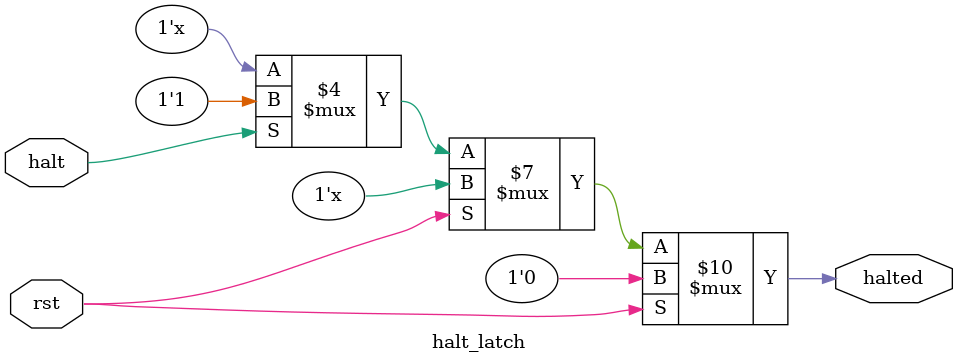
<source format=v>
module halt_latch (
    input wire rst,
    input wire halt,
    output reg halted
);

// always 

always @(rst, halt) begin
    if(rst) halted = 0;
    else if(halt == 1'b1) halted = 1'b1;
end

endmodule
</source>
